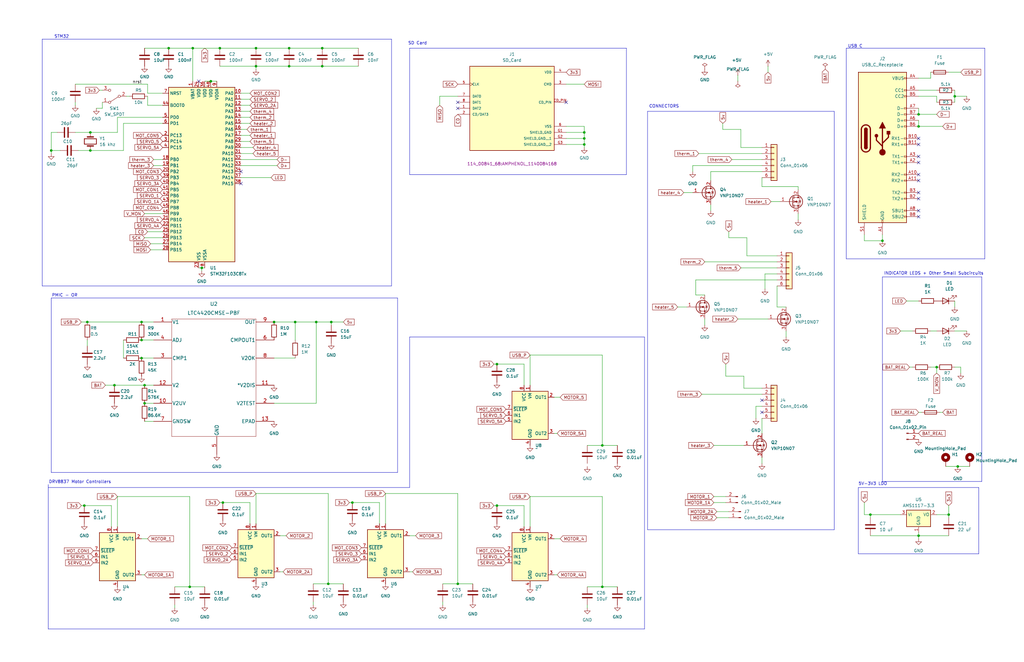
<source format=kicad_sch>
(kicad_sch (version 20231120) (generator "eeschema") (generator_version "8.0")
  (paper "USLedger")
  (junction (at 387.35 226.06))
  (junction (at 133.35 135.89))
  (junction (at 148.59 212.09))
  (junction (at 246.38 58.42))
  (junction (at 59.69 151.13))
  (junction (at 59.69 135.89))
  (junction (at 81.28 20.32))
  (junction (at 107.95 20.32))
  (junction (at 246.38 55.88))
  (junction (at 60.96 170.18))
  (junction (at 121.92 20.32))
  (junction (at 254 247.65))
  (junction (at 138.43 246.38))
  (junction (at 209.55 213.36))
  (junction (at 35.56 213.36))
  (junction (at 135.89 27.94))
  (junction (at 387.35 53.34))
  (junction (at 107.95 27.94))
  (junction (at 71.12 20.32))
  (junction (at 139.7 135.89))
  (junction (at 124.46 135.89))
  (junction (at 121.92 27.94))
  (junction (at 85.09 113.03))
  (junction (at 93.98 212.09))
  (junction (at 246.38 60.96))
  (junction (at 193.04 246.38))
  (junction (at 135.89 20.32))
  (junction (at 36.83 135.89))
  (junction (at 403.86 196.85))
  (junction (at 21.59 63.5))
  (junction (at 394.97 154.94))
  (junction (at 92.71 20.32))
  (junction (at 48.26 162.56))
  (junction (at 209.55 153.67))
  (junction (at 367.03 217.17))
  (junction (at 80.01 247.65))
  (junction (at 59.69 143.51))
  (junction (at 115.57 135.89))
  (junction (at 60.96 162.56))
  (junction (at 88.9 34.29))
  (junction (at 38.1 55.88))
  (junction (at 38.1 63.5))
  (junction (at 387.35 48.26))
  (junction (at 372.11 101.6))
  (junction (at 254 187.96))
  (junction (at 400.05 217.17))
  (junction (at 402.59 40.64))
  (no_connect (at 193.04 45.72))
  (no_connect (at 387.35 73.66))
  (no_connect (at 387.35 58.42))
  (no_connect (at 193.04 43.18))
  (no_connect (at 321.31 168.91))
  (no_connect (at 83.82 34.29))
  (no_connect (at 387.35 66.04))
  (no_connect (at 101.6 77.47))
  (no_connect (at 321.31 173.99))
  (no_connect (at 387.35 60.96))
  (no_connect (at 238.76 43.18))
  (no_connect (at 387.35 81.28))
  (no_connect (at 387.35 88.9))
  (no_connect (at 387.35 76.2))
  (no_connect (at 387.35 83.82))
  (no_connect (at 101.6 72.39))
  (no_connect (at 387.35 91.44))
  (no_connect (at 387.35 68.58))
  (wire (pts (xy 312.42 113.03) (xy 327.66 113.03)))
  (wire (pts (xy 400.05 217.17) (xy 400.05 218.44)))
  (wire (pts (xy 52.07 63.5) (xy 52.07 52.07)))
  (wire (pts (xy 293.37 118.11) (xy 327.66 118.11)))
  (wire (pts (xy 402.59 154.94) (xy 405.13 154.94)))
  (wire (pts (xy 101.6 46.99) (xy 105.41 46.99)))
  (wire (pts (xy 327.66 115.57) (xy 322.58 115.57)))
  (wire (pts (xy 312.42 54.61) (xy 312.42 62.23)))
  (wire (pts (xy 138.43 208.28) (xy 138.43 246.38)))
  (wire (pts (xy 121.92 27.94) (xy 135.89 27.94)))
  (wire (pts (xy 49.53 222.25) (xy 49.53 209.55)))
  (polyline (pts (xy 351.79 46.99) (xy 351.79 223.52)))
  (wire (pts (xy 172.72 241.3) (xy 173.99 241.3)))
  (wire (pts (xy 73.66 256.54) (xy 73.66 255.27)))
  (polyline (pts (xy 17.78 16.51) (xy 165.1 16.51)))
  (wire (pts (xy 33.02 63.5) (xy 38.1 63.5)))
  (wire (pts (xy 124.46 135.89) (xy 133.35 135.89)))
  (wire (pts (xy 396.24 173.99) (xy 397.51 173.99)))
  (wire (pts (xy 247.65 256.54) (xy 247.65 255.27)))
  (wire (pts (xy 308.61 67.31) (xy 321.31 67.31)))
  (wire (pts (xy 101.6 64.77) (xy 106.68 64.77)))
  (wire (pts (xy 233.68 227.33) (xy 236.22 227.33)))
  (polyline (pts (xy 165.1 120.65) (xy 165.1 16.51)))
  (wire (pts (xy 73.66 247.65) (xy 80.01 247.65)))
  (wire (pts (xy 107.95 220.98) (xy 107.95 208.28)))
  (wire (pts (xy 403.86 196.85) (xy 408.94 196.85)))
  (polyline (pts (xy 415.29 109.22) (xy 356.87 109.22)))
  (wire (pts (xy 382.27 127) (xy 387.35 127)))
  (wire (pts (xy 300.99 209.55) (xy 306.07 209.55)))
  (polyline (pts (xy 271.78 265.43) (xy 20.32 265.43)))
  (polyline (pts (xy 273.05 46.99) (xy 351.79 46.99)))
  (wire (pts (xy 107.95 27.94) (xy 107.95 29.21)))
  (wire (pts (xy 105.41 44.45) (xy 101.6 44.45)))
  (polyline (pts (xy 361.95 233.68) (xy 361.95 205.74)))
  (wire (pts (xy 294.64 64.77) (xy 321.31 64.77)))
  (wire (pts (xy 105.41 212.09) (xy 105.41 220.98)))
  (wire (pts (xy 402.59 38.1) (xy 402.59 40.64)))
  (wire (pts (xy 53.34 40.64) (xy 54.61 40.64)))
  (polyline (pts (xy 21.59 199.39) (xy 21.59 125.73)))
  (wire (pts (xy 246.38 58.42) (xy 246.38 55.88)))
  (wire (pts (xy 68.58 49.53) (xy 49.53 49.53)))
  (wire (pts (xy 321.31 176.53) (xy 321.31 182.88)))
  (wire (pts (xy 81.28 20.32) (xy 81.28 34.29)))
  (wire (pts (xy 139.7 137.16) (xy 139.7 135.89)))
  (polyline (pts (xy 21.59 125.73) (xy 167.64 125.73)))
  (wire (pts (xy 299.72 76.2) (xy 299.72 72.39)))
  (wire (pts (xy 238.76 60.96) (xy 246.38 60.96)))
  (wire (pts (xy 336.55 78.74) (xy 321.31 78.74)))
  (wire (pts (xy 132.08 246.38) (xy 138.43 246.38)))
  (wire (pts (xy 293.37 124.46) (xy 293.37 118.11)))
  (wire (pts (xy 285.75 129.54) (xy 289.56 129.54)))
  (wire (pts (xy 88.9 34.29) (xy 86.36 34.29)))
  (wire (pts (xy 321.31 78.74) (xy 321.31 74.93)))
  (polyline (pts (xy 264.16 20.32) (xy 264.16 73.66)))
  (wire (pts (xy 118.11 241.3) (xy 119.38 241.3)))
  (polyline (pts (xy 172.72 205.74) (xy 20.32 205.74)))
  (wire (pts (xy 387.35 224.79) (xy 387.35 226.06)))
  (wire (pts (xy 139.7 135.89) (xy 144.78 135.89)))
  (polyline (pts (xy 372.11 116.84) (xy 414.02 116.84)))
  (wire (pts (xy 21.59 55.88) (xy 21.59 63.5)))
  (wire (pts (xy 80.01 247.65) (xy 86.36 247.65)))
  (polyline (pts (xy 372.11 203.2) (xy 372.11 116.84)))
  (wire (pts (xy 133.35 170.18) (xy 133.35 135.89)))
  (polyline (pts (xy 414.02 203.2) (xy 372.11 203.2)))
  (wire (pts (xy 85.09 113.03) (xy 85.09 114.3)))
  (wire (pts (xy 302.26 215.9) (xy 307.34 215.9)))
  (wire (pts (xy 59.69 143.51) (xy 64.77 143.51)))
  (wire (pts (xy 387.35 226.06) (xy 387.35 227.33)))
  (wire (pts (xy 34.29 135.89) (xy 36.83 135.89)))
  (wire (pts (xy 101.6 59.69) (xy 105.41 59.69)))
  (wire (pts (xy 31.75 44.45) (xy 31.75 43.18)))
  (wire (pts (xy 60.96 170.18) (xy 64.77 170.18)))
  (wire (pts (xy 398.78 196.85) (xy 403.86 196.85)))
  (wire (pts (xy 223.52 209.55) (xy 254 209.55)))
  (wire (pts (xy 92.71 20.32) (xy 107.95 20.32)))
  (wire (pts (xy 313.69 163.83) (xy 321.31 163.83)))
  (wire (pts (xy 367.03 217.17) (xy 379.73 217.17)))
  (wire (pts (xy 307.34 100.33) (xy 314.96 100.33)))
  (wire (pts (xy 400.05 30.48) (xy 405.13 30.48)))
  (wire (pts (xy 60.96 90.17) (xy 68.58 90.17)))
  (wire (pts (xy 49.53 209.55) (xy 80.01 209.55)))
  (wire (pts (xy 63.5 102.87) (xy 68.58 102.87)))
  (wire (pts (xy 62.23 40.64) (xy 62.23 44.45)))
  (wire (pts (xy 48.26 162.56) (xy 60.96 162.56)))
  (wire (pts (xy 254 247.65) (xy 260.35 247.65)))
  (wire (pts (xy 138.43 246.38) (xy 144.78 246.38)))
  (wire (pts (xy 364.49 212.09) (xy 364.49 217.17)))
  (wire (pts (xy 402.59 40.64) (xy 402.59 43.18)))
  (wire (pts (xy 135.89 27.94) (xy 151.13 27.94)))
  (wire (pts (xy 186.69 246.38) (xy 193.04 246.38)))
  (wire (pts (xy 46.99 213.36) (xy 46.99 222.25)))
  (wire (pts (xy 238.76 58.42) (xy 246.38 58.42)))
  (wire (pts (xy 223.52 222.25) (xy 223.52 209.55)))
  (wire (pts (xy 327.66 129.54) (xy 327.66 120.65)))
  (wire (pts (xy 62.23 39.37) (xy 68.58 39.37)))
  (wire (pts (xy 392.43 33.02) (xy 387.35 33.02)))
  (wire (pts (xy 193.04 246.38) (xy 199.39 246.38)))
  (wire (pts (xy 233.68 167.64) (xy 236.22 167.64)))
  (polyline (pts (xy 414.02 116.84) (xy 414.02 203.2)))
  (wire (pts (xy 64.77 67.31) (xy 68.58 67.31)))
  (wire (pts (xy 83.82 113.03) (xy 85.09 113.03)))
  (wire (pts (xy 392.43 139.7) (xy 394.97 139.7)))
  (wire (pts (xy 383.54 154.94) (xy 384.81 154.94)))
  (wire (pts (xy 402.59 40.64) (xy 407.67 40.64)))
  (wire (pts (xy 59.69 242.57) (xy 60.96 242.57)))
  (wire (pts (xy 323.85 27.94) (xy 323.85 30.48)))
  (wire (pts (xy 311.15 134.62) (xy 323.85 134.62)))
  (wire (pts (xy 246.38 62.23) (xy 246.38 60.96)))
  (wire (pts (xy 297.18 134.62) (xy 297.18 137.16)))
  (polyline (pts (xy 17.78 16.51) (xy 17.78 120.65)))
  (wire (pts (xy 318.77 171.45) (xy 318.77 176.53)))
  (wire (pts (xy 254 187.96) (xy 260.35 187.96)))
  (polyline (pts (xy 172.72 20.32) (xy 264.16 20.32)))
  (wire (pts (xy 299.72 72.39) (xy 321.31 72.39)))
  (wire (pts (xy 59.69 151.13) (xy 64.77 151.13)))
  (wire (pts (xy 31.75 55.88) (xy 38.1 55.88)))
  (wire (pts (xy 304.8 52.07) (xy 304.8 54.61)))
  (wire (pts (xy 38.1 63.5) (xy 52.07 63.5)))
  (wire (pts (xy 107.95 20.32) (xy 121.92 20.32)))
  (wire (pts (xy 238.76 55.88) (xy 246.38 55.88)))
  (wire (pts (xy 402.59 139.7) (xy 407.67 139.7)))
  (wire (pts (xy 172.72 226.06) (xy 175.26 226.06)))
  (wire (pts (xy 318.77 171.45) (xy 321.31 171.45)))
  (wire (pts (xy 162.56 220.98) (xy 162.56 208.28)))
  (wire (pts (xy 160.02 212.09) (xy 160.02 220.98)))
  (wire (pts (xy 101.6 69.85) (xy 116.84 69.85)))
  (polyline (pts (xy 20.32 265.43) (xy 20.32 204.47)))
  (wire (pts (xy 62.23 44.45) (xy 68.58 44.45)))
  (wire (pts (xy 193.04 208.28) (xy 193.04 246.38)))
  (polyline (pts (xy 356.87 20.32) (xy 415.29 20.32)))
  (wire (pts (xy 299.72 86.36) (xy 299.72 88.9)))
  (wire (pts (xy 52.07 143.51) (xy 52.07 151.13)))
  (wire (pts (xy 124.46 135.89) (xy 124.46 143.51)))
  (wire (pts (xy 300.99 187.96) (xy 313.69 187.96)))
  (wire (pts (xy 306.07 158.75) (xy 313.69 158.75)))
  (wire (pts (xy 405.13 154.94) (xy 405.13 157.48)))
  (polyline (pts (xy 273.05 223.52) (xy 273.05 46.99)))
  (wire (pts (xy 115.57 170.18) (xy 133.35 170.18)))
  (wire (pts (xy 132.08 255.27) (xy 132.08 254)))
  (wire (pts (xy 185.42 40.64) (xy 193.04 40.64)))
  (wire (pts (xy 336.55 90.17) (xy 336.55 92.71)))
  (wire (pts (xy 162.56 208.28) (xy 193.04 208.28)))
  (wire (pts (xy 246.38 55.88) (xy 246.38 53.34)))
  (polyline (pts (xy 167.64 199.39) (xy 21.59 199.39)))
  (wire (pts (xy 71.12 20.32) (xy 81.28 20.32)))
  (wire (pts (xy 115.57 135.89) (xy 124.46 135.89)))
  (wire (pts (xy 107.95 208.28) (xy 138.43 208.28)))
  (wire (pts (xy 400.05 213.36) (xy 400.05 217.17)))
  (wire (pts (xy 185.42 44.45) (xy 185.42 40.64)))
  (polyline (pts (xy 412.75 233.68) (xy 361.95 233.68)))
  (polyline (pts (xy 415.29 20.32) (xy 415.29 109.22)))
  (wire (pts (xy 49.53 55.88) (xy 38.1 55.88)))
  (wire (pts (xy 101.6 49.53) (xy 105.41 49.53)))
  (wire (pts (xy 31.75 35.56) (xy 62.23 35.56)))
  (wire (pts (xy 64.77 69.85) (xy 68.58 69.85)))
  (wire (pts (xy 133.35 135.89) (xy 139.7 135.89)))
  (wire (pts (xy 121.92 20.32) (xy 135.89 20.32)))
  (wire (pts (xy 208.28 153.67) (xy 209.55 153.67)))
  (wire (pts (xy 101.6 54.61) (xy 104.14 54.61)))
  (wire (pts (xy 107.95 27.94) (xy 121.92 27.94)))
  (wire (pts (xy 220.98 153.67) (xy 220.98 162.56)))
  (wire (pts (xy 288.29 81.28) (xy 292.1 81.28)))
  (wire (pts (xy 85.09 113.03) (xy 86.36 113.03)))
  (wire (pts (xy 21.59 63.5) (xy 25.4 63.5)))
  (wire (pts (xy 105.41 41.91) (xy 101.6 41.91)))
  (wire (pts (xy 186.69 255.27) (xy 186.69 254)))
  (wire (pts (xy 364.49 99.06) (xy 364.49 101.6)))
  (wire (pts (xy 60.96 162.56) (xy 64.77 162.56)))
  (wire (pts (xy 372.11 99.06) (xy 372.11 101.6)))
  (wire (pts (xy 387.35 38.1) (xy 394.97 38.1)))
  (wire (pts (xy 312.42 62.23) (xy 321.31 62.23)))
  (wire (pts (xy 93.98 212.09) (xy 105.41 212.09)))
  (wire (pts (xy 336.55 78.74) (xy 336.55 80.01)))
  (wire (pts (xy 60.96 100.33) (xy 68.58 100.33)))
  (wire (pts (xy 118.11 226.06) (xy 120.65 226.06)))
  (wire (pts (xy 62.23 97.79) (xy 68.58 97.79)))
  (wire (pts (xy 21.59 63.5) (xy 21.59 64.77)))
  (wire (pts (xy 88.9 34.29) (xy 91.44 34.29)))
  (wire (pts (xy 394.97 154.94) (xy 394.97 157.48)))
  (wire (pts (xy 147.32 212.09) (xy 148.59 212.09)))
  (wire (pts (xy 101.6 52.07) (xy 105.41 52.07)))
  (wire (pts (xy 297.18 124.46) (xy 293.37 124.46)))
  (wire (pts (xy 254 209.55) (xy 254 247.65)))
  (wire (pts (xy 101.6 67.31) (xy 116.84 67.31)))
  (wire (pts (xy 36.83 143.51) (xy 36.83 146.05)))
  (wire (pts (xy 314.96 107.95) (xy 327.66 107.95)))
  (wire (pts (xy 247.65 247.65) (xy 254 247.65)))
  (wire (pts (xy 387.35 226.06) (xy 400.05 226.06)))
  (wire (pts (xy 304.8 54.61) (xy 312.42 54.61)))
  (wire (pts (xy 63.5 105.41) (xy 68.58 105.41)))
  (wire (pts (xy 394.97 217.17) (xy 400.05 217.17)))
  (wire (pts (xy 246.38 60.96) (xy 246.38 58.42)))
  (wire (pts (xy 254 149.86) (xy 254 187.96)))
  (polyline (pts (xy 361.95 205.74) (xy 412.75 205.74)))
  (wire (pts (xy 387.35 50.8) (xy 387.35 53.34)))
  (wire (pts (xy 307.34 97.79) (xy 307.34 100.33)))
  (wire (pts (xy 402.59 127) (xy 402.59 129.54)))
  (wire (pts (xy 59.69 227.33) (xy 62.23 227.33)))
  (wire (pts (xy 300.99 212.09) (xy 306.07 212.09)))
  (wire (pts (xy 311.15 34.29) (xy 311.15 31.75)))
  (wire (pts (xy 60.96 20.32) (xy 71.12 20.32)))
  (wire (pts (xy 223.52 149.86) (xy 254 149.86)))
  (wire (pts (xy 364.49 101.6) (xy 372.11 101.6)))
  (wire (pts (xy 92.71 212.09) (xy 93.98 212.09)))
  (wire (pts (xy 148.59 212.09) (xy 160.02 212.09)))
  (wire (pts (xy 233.68 182.88) (xy 234.95 182.88)))
  (polyline (pts (xy 172.72 73.66) (xy 172.72 20.32)))
  (polyline (pts (xy 17.78 120.65) (xy 165.1 120.65)))
  (wire (pts (xy 233.68 242.57) (xy 234.95 242.57)))
  (wire (pts (xy 52.07 52.07) (xy 68.58 52.07)))
  (wire (pts (xy 314.96 100.33) (xy 314.96 107.95)))
  (wire (pts (xy 92.71 27.94) (xy 107.95 27.94)))
  (wire (pts (xy 387.35 48.26) (xy 394.97 48.26)))
  (wire (pts (xy 208.28 213.36) (xy 209.55 213.36)))
  (wire (pts (xy 392.43 154.94) (xy 394.97 154.94)))
  (wire (pts (xy 115.57 151.13) (xy 124.46 151.13)))
  (wire (pts (xy 49.53 49.53) (xy 49.53 55.88)))
  (wire (pts (xy 81.28 20.32) (xy 92.71 20.32)))
  (wire (pts (xy 331.47 129.54) (xy 327.66 129.54)))
  (wire (pts (xy 44.45 162.56) (xy 48.26 162.56)))
  (wire (pts (xy 34.29 213.36) (xy 35.56 213.36)))
  (wire (pts (xy 59.69 135.89) (xy 64.77 135.89)))
  (wire (pts (xy 367.03 226.06) (xy 387.35 226.06)))
  (wire (pts (xy 135.89 20.32) (xy 151.13 20.32)))
  (wire (pts (xy 24.13 55.88) (xy 21.59 55.88)))
  (wire (pts (xy 392.43 30.48) (xy 392.43 33.02)))
  (wire (pts (xy 325.12 85.09) (xy 328.93 85.09)))
  (wire (pts (xy 394.97 40.64) (xy 394.97 43.18)))
  (wire (pts (xy 36.83 135.89) (xy 59.69 135.89)))
  (wire (pts (xy 313.69 158.75) (xy 313.69 163.83)))
  (wire (pts (xy 238.76 35.56) (xy 246.38 35.56)))
  (wire (pts (xy 220.98 213.36) (xy 220.98 222.25)))
  (wire (pts (xy 101.6 57.15) (xy 105.41 57.15)))
  (wire (pts (xy 40.64 45.72) (xy 43.18 45.72)))
  (wire (pts (xy 292.1 69.85) (xy 321.31 69.85)))
  (wire (pts (xy 295.91 166.37) (xy 321.31 166.37)))
  (polyline (pts (xy 167.64 125.73) (xy 167.64 199.39)))
  (wire (pts (xy 60.96 177.8) (xy 64.77 177.8)))
  (wire (pts (xy 367.03 217.17) (xy 367.03 218.44)))
  (wire (pts (xy 388.62 173.99) (xy 387.35 173.99)))
  (polyline (pts (xy 351.79 223.52) (xy 273.05 223.52)))
  (wire (pts (xy 246.38 53.34) (xy 238.76 53.34)))
  (wire (pts (xy 209.55 213.36) (xy 220.98 213.36)))
  (polyline (pts (xy 264.16 73.66) (xy 172.72 73.66)))
  (polyline (pts (xy 412.75 205.74) (xy 412.75 233.68)))
  (wire (pts (xy 223.52 162.56) (xy 223.52 149.86)))
  (wire (pts (xy 101.6 74.93) (xy 114.3 74.93)))
  (wire (pts (xy 302.26 218.44) (xy 307.34 218.44)))
  (wire (pts (xy 297.18 110.49) (xy 327.66 110.49)))
  (wire (pts (xy 331.47 139.7) (xy 331.47 142.24)))
  (polyline (pts (xy 271.78 142.24) (xy 271.78 265.43)))
  (wire (pts (xy 387.35 40.64) (xy 394.97 40.64)))
  (wire (pts (xy 364.49 217.17) (xy 367.03 217.17)))
  (wire (pts (xy 379.73 139.7) (xy 384.81 139.7)))
  (wire (pts (xy 321.31 193.04) (xy 321.31 195.58)))
  (wire (pts (xy 35.56 213.36) (xy 46.99 213.36)))
  (wire (pts (xy 292.1 69.85) (xy 292.1 72.39)))
  (wire (pts (xy 387.35 53.34) (xy 397.51 53.34)))
  (wire (pts (xy 101.6 62.23) (xy 106.68 62.23)))
  (wire (pts (xy 80.01 209.55) (xy 80.01 247.65)))
  (wire (pts (xy 62.23 35.56) (xy 62.23 39.37)))
  (wire (pts (xy 209.55 153.67) (xy 220.98 153.67)))
  (polyline (pts (xy 172.72 142.24) (xy 172.72 205.74)))
  (polyline (pts (xy 271.78 142.24) (xy 172.72 142.24)))
  (wire (pts (xy 105.41 39.37) (xy 101.6 39.37)))
  (wire (pts (xy 43.18 45.72) (xy 43.18 43.18)))
  (wire (pts (xy 247.65 187.96) (xy 254 187.96)))
  (wire (pts (xy 41.91 38.1) (xy 43.18 38.1)))
  (polyline (pts (xy 356.87 109.22) (xy 356.87 20.32)))
  (wire (pts (xy 306.07 153.67) (xy 306.07 158.75)))
  (wire (pts (xy 322.58 115.57) (xy 322.58 121.92)))
  (wire (pts (xy 387.35 45.72) (xy 387.35 48.26)))
  (text "DRV8837 Motor Controllers" (at 20.574 204.216 0) (effects (font (size 1.27 1.27)) (justify left bottom)))
  (text "INDICATOR LEDS + Other Small Subcircuits" (at 372.745 116.205 0) (effects (font (size 1.27 1.27)) (justify left bottom)))
  (text "STM32" (at 22.86 16.256 0) (effects (font (size 1.27 1.27)) (justify left bottom)))
  (text "SD Card" (at 172.085 19.05 0) (effects (font (size 1.27 1.27)) (justify left bottom)))
  (text "PMIC - OR" (at 21.844 125.476 0) (effects (font (size 1.27 1.27)) (justify left bottom)))
  (text "USB C" (at 357.505 20.32 0) (effects (font (size 1.27 1.27)) (justify left bottom)))
  (text "5V-3V3 LDO" (at 361.95 204.978 0) (effects (font (size 1.27 1.27)) (justify left bottom)))
  (text "CONNECTORS\n" (at 273.685 45.72 0) (effects (font (size 1.27 1.27)) (justify left bottom)))
  (label "nrst" (at 55.88 35.56 0))
  (global_label "LED" (shape input) (at 114.3 74.93 0) (property "Intersheetrefs" "${INTERSHEET_REFS}" (effects (hide yes))))
  (global_label "MOT_CON1" (shape input) (at 68.58 80.01 180) (property "Intersheetrefs" "${INTERSHEET_REFS}" (effects (hide yes))))
  (global_label "heater_5" (shape input) (at 106.68 64.77 0) (property "Intersheetrefs" "${INTERSHEET_REFS}" (effects (hide yes))))
  (global_label "USB_P" (shape input) (at 162.56 208.28 180) (property "Intersheetrefs" "${INTERSHEET_REFS}" (effects (hide yes))))
  (global_label "SERVO_4A" (shape input) (at 68.58 95.25 180) (property "Intersheetrefs" "${INTERSHEET_REFS}" (effects (hide yes))))
  (global_label "MOT_CON4" (shape input) (at 213.36 232.41 180) (property "Intersheetrefs" "${INTERSHEET_REFS}" (effects (hide yes))))
  (global_label "therm_4" (shape input) (at 308.61 67.31 180) (property "Intersheetrefs" "${INTERSHEET_REFS}" (effects (hide yes))))
  (global_label "3v3" (shape input) (at 86.36 20.32 270) (property "Intersheetrefs" "${INTERSHEET_REFS}" (effects (hide yes))))
  (global_label "3v3" (shape input) (at 238.76 30.48 0) (property "Intersheetrefs" "${INTERSHEET_REFS}" (effects (hide yes))))
  (global_label "heater_5" (shape input) (at 285.75 129.54 180) (property "Intersheetrefs" "${INTERSHEET_REFS}" (effects (hide yes))))
  (global_label "heater_4" (shape input) (at 106.68 62.23 0) (property "Intersheetrefs" "${INTERSHEET_REFS}" (effects (hide yes))))
  (global_label "heater_1" (shape input) (at 325.12 85.09 180) (property "Intersheetrefs" "${INTERSHEET_REFS}" (effects (hide yes))))
  (global_label "D-" (shape input) (at 394.97 48.26 0) (property "Intersheetrefs" "${INTERSHEET_REFS}" (effects (hide yes))))
  (global_label "therm_3" (shape input) (at 64.77 67.31 180) (property "Intersheetrefs" "${INTERSHEET_REFS}" (effects (hide yes))))
  (global_label "SERVO_1A" (shape input) (at 39.37 237.49 180) (property "Intersheetrefs" "${INTERSHEET_REFS}" (effects (hide yes))))
  (global_label "therm_2" (shape input) (at 105.41 49.53 0) (property "Intersheetrefs" "${INTERSHEET_REFS}" (effects (hide yes))))
  (global_label "heater_3" (shape input) (at 300.99 187.96 180) (property "Intersheetrefs" "${INTERSHEET_REFS}" (effects (hide yes))))
  (global_label "SERVO_2A" (shape input) (at 105.41 44.45 0) (property "Intersheetrefs" "${INTERSHEET_REFS}" (effects (hide yes))))
  (global_label "SERVO_2" (shape input) (at 105.41 41.91 0) (property "Intersheetrefs" "${INTERSHEET_REFS}" (effects (hide yes))))
  (global_label "USB_P" (shape input) (at 405.13 30.48 0) (property "Intersheetrefs" "${INTERSHEET_REFS}" (effects (hide yes))))
  (global_label "BAT" (shape input) (at 347.98 29.21 270) (property "Intersheetrefs" "${INTERSHEET_REFS}" (effects (hide yes))))
  (global_label "5v" (shape input) (at 306.07 153.67 90) (property "Intersheetrefs" "${INTERSHEET_REFS}" (effects (hide yes))))
  (global_label "MOTOR_3A" (shape input) (at 173.99 241.3 0) (property "Intersheetrefs" "${INTERSHEET_REFS}" (effects (hide yes))))
  (global_label "CD" (shape input) (at 62.23 97.79 180) (property "Intersheetrefs" "${INTERSHEET_REFS}" (effects (hide yes))))
  (global_label "heater_2" (shape input) (at 311.15 134.62 180) (property "Intersheetrefs" "${INTERSHEET_REFS}" (effects (hide yes))))
  (global_label "3v3" (shape input) (at 41.91 38.1 180) (property "Intersheetrefs" "${INTERSHEET_REFS}" (effects (hide yes))))
  (global_label "MOT_CON5" (shape input) (at 213.36 172.72 180) (property "Intersheetrefs" "${INTERSHEET_REFS}" (effects (hide yes))))
  (global_label "heater_1" (shape input) (at 105.41 57.15 0) (property "Intersheetrefs" "${INTERSHEET_REFS}" (effects (hide yes))))
  (global_label "SCK" (shape input) (at 193.04 35.56 180) (property "Intersheetrefs" "${INTERSHEET_REFS}" (effects (hide yes))))
  (global_label "SERVO_3" (shape input) (at 152.4 233.68 180) (property "Intersheetrefs" "${INTERSHEET_REFS}" (effects (hide yes))))
  (global_label "SERVO_5" (shape input) (at 68.58 59.69 180) (property "Intersheetrefs" "${INTERSHEET_REFS}" (effects (hide yes))))
  (global_label "MOTOR_3" (shape input) (at 175.26 226.06 0) (property "Intersheetrefs" "${INTERSHEET_REFS}" (effects (hide yes))))
  (global_label "therm_1" (shape input) (at 104.14 54.61 0) (property "Intersheetrefs" "${INTERSHEET_REFS}" (effects (hide yes))))
  (global_label "MOT_CON3" (shape input) (at 68.58 72.39 180) (property "Intersheetrefs" "${INTERSHEET_REFS}" (effects (hide yes))))
  (global_label "5v" (shape input) (at 323.85 30.48 270) (property "Intersheetrefs" "${INTERSHEET_REFS}" (effects (hide yes))))
  (global_label "SERVO_4A" (shape input) (at 213.36 237.49 180) (property "Intersheetrefs" "${INTERSHEET_REFS}" (effects (hide yes))))
  (global_label "MOTOR_1" (shape input) (at 62.23 227.33 0) (property "Intersheetrefs" "${INTERSHEET_REFS}" (effects (hide yes))))
  (global_label "MOSI" (shape input) (at 63.5 105.41 180) (property "Intersheetrefs" "${INTERSHEET_REFS}" (effects (hide yes))))
  (global_label "5v" (shape input) (at 144.78 135.89 0) (property "Intersheetrefs" "${INTERSHEET_REFS}" (effects (hide yes))))
  (global_label "MOTOR_1A" (shape input) (at 300.99 212.09 180) (property "Intersheetrefs" "${INTERSHEET_REFS}" (effects (hide yes))))
  (global_label "SERVO_1A" (shape input) (at 68.58 85.09 180) (property "Intersheetrefs" "${INTERSHEET_REFS}" (effects (hide yes))))
  (global_label "BAT_REAL" (shape input) (at 387.35 173.99 180) (property "Intersheetrefs" "${INTERSHEET_REFS}" (effects (hide yes))))
  (global_label "MOT_CON2" (shape input) (at 97.79 231.14 180) (property "Intersheetrefs" "${INTERSHEET_REFS}" (effects (hide yes))))
  (global_label "MOTOR_1" (shape input) (at 300.99 209.55 180) (property "Intersheetrefs" "${INTERSHEET_REFS}" (effects (hide yes))))
  (global_label "heater_2" (shape input) (at 105.41 52.07 0) (property "Intersheetrefs" "${INTERSHEET_REFS}" (effects (hide yes))))
  (global_label "therm_4" (shape input) (at 105.41 46.99 0) (property "Intersheetrefs" "${INTERSHEET_REFS}" (effects (hide yes))))
  (global_label "V_MON" (shape input) (at 60.96 90.17 180) (property "Intersheetrefs" "${INTERSHEET_REFS}" (effects (hide yes))))
  (global_label "MOSI" (shape input) (at 246.38 35.56 0) (property "Intersheetrefs" "${INTERSHEET_REFS}" (effects (hide yes))))
  (global_label "USB_P" (shape input) (at 34.29 135.89 180) (property "Intersheetrefs" "${INTERSHEET_REFS}" (effects (hide yes))))
  (global_label "SERVO_1" (shape input) (at 39.37 234.95 180) (property "Intersheetrefs" "${INTERSHEET_REFS}" (effects (hide yes))))
  (global_label "SERVO_3A" (shape input) (at 152.4 236.22 180) (property "Intersheetrefs" "${INTERSHEET_REFS}" (effects (hide yes))))
  (global_label "SERVO_5" (shape input) (at 213.36 175.26 180) (property "Intersheetrefs" "${INTERSHEET_REFS}" (effects (hide yes))))
  (global_label "MISO" (shape input) (at 185.42 44.45 270) (property "Intersheetrefs" "${INTERSHEET_REFS}" (effects (hide yes))))
  (global_label "therm_5" (shape input) (at 312.42 113.03 180) (property "Intersheetrefs" "${INTERSHEET_REFS}" (effects (hide yes))))
  (global_label "3v3" (shape input) (at 208.28 153.67 180) (property "Intersheetrefs" "${INTERSHEET_REFS}" (effects (hide yes))))
  (global_label "3v3" (shape input) (at 34.29 213.36 180) (property "Intersheetrefs" "${INTERSHEET_REFS}" (effects (hide yes))))
  (global_label "SERVO_4" (shape input) (at 213.36 234.95 180) (property "Intersheetrefs" "${INTERSHEET_REFS}" (effects (hide yes))))
  (global_label "MOTOR_5A" (shape input) (at 234.95 182.88 0) (property "Intersheetrefs" "${INTERSHEET_REFS}" (effects (hide yes))))
  (global_label "BAT_REAL" (shape input) (at 387.35 182.88 0) (property "Intersheetrefs" "${INTERSHEET_REFS}" (effects (hide yes))))
  (global_label "MOTOR_4" (shape input) (at 236.22 227.33 0) (property "Intersheetrefs" "${INTERSHEET_REFS}" (effects (hide yes))))
  (global_label "BAT_REAL" (shape input) (at 383.54 154.94 180) (property "Intersheetrefs" "${INTERSHEET_REFS}" (effects (hide yes))))
  (global_label "USB_P" (shape input) (at 49.53 209.55 180) (property "Intersheetrefs" "${INTERSHEET_REFS}" (effects (hide yes))))
  (global_label "MOTOR_5" (shape input) (at 236.22 167.64 0) (property "Intersheetrefs" "${INTERSHEET_REFS}" (effects (hide yes))))
  (global_label "SERVO_2A" (shape input) (at 97.79 236.22 180) (property "Intersheetrefs" "${INTERSHEET_REFS}" (effects (hide yes))))
  (global_label "SERVO_2" (shape input) (at 97.79 233.68 180) (property "Intersheetrefs" "${INTERSHEET_REFS}" (effects (hide yes))))
  (global_label "SERVO_3" (shape input) (at 68.58 74.93 180) (property "Intersheetrefs" "${INTERSHEET_REFS}" (effects (hide yes))))
  (global_label "SCK" (shape input) (at 60.96 100.33 180) (property "Intersheetrefs" "${INTERSHEET_REFS}" (effects (hide yes))))
  (global_label "BAT" (shape input) (at 44.45 162.56 180) (property "Intersheetrefs" "${INTERSHEET_REFS}" (effects (hide yes))))
  (global_label "USB_P" (shape input) (at 223.52 149.86 180) (property "Intersheetrefs" "${INTERSHEET_REFS}" (effects (hide yes))))
  (global_label "3v3" (shape input) (at 400.05 213.36 90) (property "Intersheetrefs" "${INTERSHEET_REFS}" (effects (hide yes))))
  (global_label "MISO" (shape input) (at 63.5 102.87 180) (property "Intersheetrefs" "${INTERSHEET_REFS}" (effects (hide yes))))
  (global_label "therm_3" (shape input) (at 295.91 166.37 180) (property "Intersheetrefs" "${INTERSHEET_REFS}" (effects (hide yes))))
  (global_label "3v3" (shape input) (at 379.73 139.7 180) (property "Intersheetrefs" "${INTERSHEET_REFS}" (effects (hide yes))))
  (global_label "BAT" (shape input) (at 397.51 173.99 0) (property "Intersheetrefs" "${INTERSHEET_REFS}" (effects (hide yes))))
  (global_label "MOTOR_2A" (shape input) (at 302.26 215.9 180) (property "Intersheetrefs" "${INTERSHEET_REFS}" (effects (hide yes))))
  (global_label "CD" (shape input) (at 193.04 48.26 270) (property "Intersheetrefs" "${INTERSHEET_REFS}" (effects (hide yes))))
  (global_label "MOT_CON5" (shape input) (at 68.58 57.15 180) (property "Intersheetrefs" "${INTERSHEET_REFS}" (effects (hide yes))))
  (global_label "D+" (shape input) (at 397.51 53.34 0) (property "Intersheetrefs" "${INTERSHEET_REFS}" (effects (hide yes))))
  (global_label "MOT_CON1" (shape input) (at 39.37 232.41 180) (property "Intersheetrefs" "${INTERSHEET_REFS}" (effects (hide yes))))
  (global_label "MOT_CON3" (shape input) (at 152.4 231.14 180) (property "Intersheetrefs" "${INTERSHEET_REFS}" (effects (hide yes))))
  (global_label "therm_5" (shape input) (at 105.41 59.69 0) (property "Intersheetrefs" "${INTERSHEET_REFS}" (effects (hide yes))))
  (global_label "heater_4" (shape input) (at 288.29 81.28 180) (property "Intersheetrefs" "${INTERSHEET_REFS}" (effects (hide yes))))
  (global_label "SERVO_3A" (shape input) (at 68.58 77.47 180) (property "Intersheetrefs" "${INTERSHEET_REFS}" (effects (hide yes))))
  (global_label "MOTOR_2" (shape input) (at 120.65 226.06 0) (property "Intersheetrefs" "${INTERSHEET_REFS}" (effects (hide yes))))
  (global_label "3v3" (shape input) (at 147.32 212.09 180) (property "Intersheetrefs" "${INTERSHEET_REFS}" (effects (hide yes))))
  (global_label "therm_2" (shape input) (at 297.18 110.49 180) (property "Intersheetrefs" "${INTERSHEET_REFS}" (effects (hide yes))))
  (global_label "D-" (shape input) (at 116.84 67.31 0) (property "Intersheetrefs" "${INTERSHEET_REFS}" (effects (hide yes))))
  (global_label "MOTOR_2A" (shape input) (at 119.38 241.3 0) (property "Intersheetrefs" "${INTERSHEET_REFS}" (effects (hide yes))))
  (global_label "D+" (shape input) (at 116.84 69.85 0) (property "Intersheetrefs" "${INTERSHEET_REFS}" (effects (hide yes))))
  (global_label "USB_P" (shape input) (at 107.95 208.28 180) (property "Intersheetrefs" "${INTERSHEET_REFS}" (effects (hide yes))))
  (global_label "MOT_CON4" (shape input) (at 68.58 87.63 180) (property "Intersheetrefs" "${INTERSHEET_REFS}" (effects (hide yes))))
  (global_label "V_MON" (shape input) (at 394.97 157.48 270) (property "Intersheetrefs" "${INTERSHEET_REFS}" (effects (hide yes))))
  (global_label "SERVO_4" (shape input) (at 68.58 92.71 180) (property "Intersheetrefs" "${INTERSHEET_REFS}" (effects (hide yes))))
  (global_label "therm_1" (shape input) (at 294.64 64.77 180) (property "Intersheetrefs" "${INTERSHEET_REFS}" (effects (hide yes))))
  (global_label "5v" (shape input) (at 304.8 52.07 90) (property "Intersheetrefs" "${INTERSHEET_REFS}" (effects (hide yes))))
  (global_label "MOT_CON2" (shape input) (at 105.41 39.37 0) (property "Intersheetrefs" "${INTERSHEET_REFS}" (effects (hide yes))))
  (global_label "MOTOR_1A" (shape input) (at 60.96 242.57 0) (property "Intersheetrefs" "${INTERSHEET_REFS}" (effects (hide yes))))
  (global_label "MOTOR_2" (shape input) (at 302.26 218.44 180) (property "Intersheetrefs" "${INTERSHEET_REFS}" (effects (hide yes))))
  (global_label "USB_P" (shape input) (at 223.52 209.55 180) (property "Intersheetrefs" "${INTERSHEET_REFS}" (effects (hide yes))))
  (global_label "SERVO_5A" (shape input) (at 68.58 62.23 180) (property "Intersheetrefs" "${INTERSHEET_REFS}" (effects (hide yes))))
  (global_label "3v3" (shape input) (at 92.71 212.09 180) (property "Intersheetrefs" "${INTERSHEET_REFS}" (effects (hide yes))))
  (global_label "SERVO_5A" (shape input) (at 213.36 177.8 180) (property "Intersheetrefs" "${INTERSHEET_REFS}" (effects (hide yes))))
  (global_label "3v3" (shape input) (at 208.28 213.36 180) (property "Intersheetrefs" "${INTERSHEET_REFS}" (effects (hide yes))))
  (global_label "MOTOR_4A" (shape input) (at 234.95 242.57 0) (property "Intersheetrefs" "${INTERSHEET_REFS}" (effects (hide yes))))
  (global_label "5v" (shape input) (at 307.34 97.79 90) (property "Intersheetrefs" "${INTERSHEET_REFS}" (effects (hide yes))))
  (global_label "5v" (shape input) (at 364.49 212.09 90) (property "Intersheetrefs" "${INTERSHEET_REFS}" (effects (hide yes))))
  (global_label "LED" (shape input) (at 382.27 127 180) (property "Intersheetrefs" "${INTERSHEET_REFS}" (effects (hide yes))))
  (global_label "heater_3" (shape input) (at 64.77 69.85 180) (property "Intersheetrefs" "${INTERSHEET_REFS}" (effects (hide yes))))
  (global_label "SERVO_1" (shape input) (at 68.58 82.55 180) (property "Intersheetrefs" "${INTERSHEET_REFS}" (effects (hide yes))))
  (symbol (lib_name "GND_1") (lib_id "power:GND") (at 115.57 177.8 0) (unit 1)
    (property "Reference" "#PWR035" (effects (hide yes)))
    (property "Value" "GND" (at 115.57 182.88 0))
  )
  (symbol (lib_id "Device:R") (at 388.62 139.7 90) (unit 1)
    (property "Reference" "R4" (at 389.255 142.24 90))
    (property "Value" "1K" (at 389.255 144.78 90))
    (property "Footprint" "Resistor_SMD:R_0402_1005Metric" (effects (hide yes)))
  )
  (symbol (lib_id "Device:R") (at 115.57 139.7 0) (unit 1)
    (property "Reference" "R10" (at 118.11 138.4299 0) (effects (justify left)))
    (property "Value" "1M" (at 118.11 140.9699 0) (effects (justify left)))
    (property "Footprint" "Resistor_SMD:R_0402_1005Metric" (effects (hide yes)))
  )
  (symbol (lib_id "power:GND") (at 297.18 29.21 0) (unit 1)
    (property "Reference" "#PWR08" (effects (hide yes)))
    (property "Value" "GND" (at 297.18 33.655 0))
  )
  (symbol (lib_name "GND_7") (lib_id "power:GND") (at 85.09 114.3 0) (unit 1)
    (property "Reference" "#PWR018" (effects (hide yes)))
    (property "Value" "GND" (at 85.09 118.745 0))
  )
  (symbol (lib_id "Device:C") (at 199.39 250.19 0) (unit 1)
    (property "Reference" "C24" (at 203.2 248.92 0) (effects (justify left)))
    (property "Value" "0.01uF" (at 203.2 251.46 0) (effects (justify left)))
    (property "Footprint" "Capacitor_SMD:C_0402_1005Metric" (effects (hide yes)))
  )
  (symbol (lib_id "Transistor_FET:VNP10N07") (at 297.18 81.28 0) (unit 1)
    (property "Reference" "Q4" (at 303.53 80.0099 0) (effects (justify left)))
    (property "Value" "VNP10N07" (at 303.53 82.5499 0) (effects (justify left)))
    (property "Footprint" "Package_TO_SOT_SMD:SOT-23-3" (effects (hide yes)))
    (property "Datasheet" "https://www.st.com/resource/en/datasheet/vnp10n07.pdf" (effects (hide yes)))
  )
  (symbol (lib_name "GND_2") (lib_id "power:GND") (at 387.35 185.42 0) (unit 1)
    (property "Reference" "#PWR038" (effects (hide yes)))
    (property "Value" "GND" (at 387.35 190.5 0))
  )
  (symbol (lib_name "GND_4") (lib_id "power:GND") (at 209.55 161.29 0) (unit 1)
    (property "Reference" "#PWR051" (effects (hide yes)))
    (property "Value" "GND" (at 209.55 166.37 0))
  )
  (symbol (lib_name "GND_4") (lib_id "power:GND") (at 186.69 255.27 0) (unit 1)
    (property "Reference" "#PWR045" (effects (hide yes)))
    (property "Value" "GND" (at 186.69 260.35 0))
  )
  (symbol (lib_name "GND_4") (lib_id "power:GND") (at 247.65 196.85 0) (unit 1)
    (property "Reference" "#PWR053" (effects (hide yes)))
    (property "Value" "GND" (at 247.65 201.93 0))
  )
  (symbol (lib_name "GND_7") (lib_id "power:GND") (at 31.75 44.45 0) (unit 1)
    (property "Reference" "#PWR010" (effects (hide yes)))
    (property "Value" "GND" (at 31.75 48.895 0))
  )
  (symbol (lib_name "GND_4") (lib_id "power:GND") (at 148.59 219.71 0) (unit 1)
    (property "Reference" "#PWR043" (effects (hide yes)))
    (property "Value" "GND" (at 148.59 224.79 0))
  )
  (symbol (lib_id "Device:R") (at 398.78 154.94 90) (unit 1)
    (property "Reference" "R7" (at 399.415 157.48 90))
    (property "Value" "100k" (at 399.415 160.02 90))
    (property "Footprint" "Resistor_SMD:R_0402_1005Metric" (effects (hide yes)))
  )
  (symbol (lib_name "GND_1") (lib_id "power:GND") (at 59.69 158.75 0) (unit 1)
    (property "Reference" "#PWR027" (effects (hide yes)))
    (property "Value" "GND" (at 55.88 160.02 0))
  )
  (symbol (lib_id "Device:C") (at 144.78 250.19 0) (unit 1)
    (property "Reference" "C13" (at 148.59 248.92 0) (effects (justify left)))
    (property "Value" "0.01uF" (at 148.59 251.46 0) (effects (justify left)))
    (property "Footprint" "Capacitor_SMD:C_0402_1005Metric" (effects (hide yes)))
  )
  (symbol (lib_id "Device:Crystal") (at 38.1 59.69 90) (unit 1)
    (property "Reference" "Y1" (at 41.91 58.42 90) (effects (justify right)))
    (property "Value" "16 khz" (at 41.91 60.96 90) (effects (justify right)))
    (property "Footprint" "crystal:abm3" (effects (hide yes)))
  )
  (symbol (lib_id "power:GND") (at 322.58 121.92 0) (unit 1)
    (property "Reference" "#PWR020" (effects (hide yes)))
    (property "Value" "GND" (at 322.58 127 0))
  )
  (symbol (lib_id "power:GND") (at 299.72 88.9 0) (unit 1)
    (property "Reference" "#PWR034" (effects (hide yes)))
    (property "Value" "GND" (at 299.72 93.98 0))
  )
  (symbol (lib_id "Connector_Generic:Conn_01x06") (at 326.39 67.31 0) (unit 1)
    (property "Reference" "J3" (at 328.93 67.31 0) (effects (justify left)))
    (property "Value" "Conn_01x06" (at 328.93 69.85 0) (effects (justify left)))
    (property "Footprint" "ffc_conn:CON_525590652_MOL" (effects (hide yes)))
  )
  (symbol (lib_id "Device:C") (at 260.35 191.77 0) (unit 1)
    (property "Reference" "C30" (at 264.16 190.5 0) (effects (justify left)))
    (property "Value" "0.01uF" (at 264.16 193.04 0) (effects (justify left)))
    (property "Footprint" "Capacitor_SMD:C_0402_1005Metric" (effects (hide yes)))
  )
  (symbol (lib_id "power:GND") (at 292.1 72.39 0) (unit 1)
    (property "Reference" "#PWR015" (effects (hide yes)))
    (property "Value" "GND" (at 292.1 77.47 0))
  )
  (symbol (lib_id "Device:R") (at 59.69 139.7 0) (unit 1)
    (property "Reference" "R9" (at 62.23 138.43 0) (effects (justify left)))
    (property "Value" "300K" (at 62.23 140.97 0) (effects (justify left)))
    (property "Footprint" "Resistor_SMD:R_0603_1608Metric" (effects (hide yes)))
  )
  (symbol (lib_name "GND_4") (lib_id "power:GND") (at 260.35 255.27 0) (unit 1)
    (property "Reference" "#PWR050" (effects (hide yes)))
    (property "Value" "GND" (at 260.35 260.35 0))
  )
  (symbol (lib_id "power:GND") (at 48.26 170.18 0) (unit 1)
    (property "Reference" "#PWR031" (effects (hide yes)))
    (property "Value" "GND" (at 48.26 175.26 0))
  )
  (symbol (lib_name "GND_4") (lib_id "power:GND") (at 247.65 256.54 0) (unit 1)
    (property "Reference" "#PWR049" (effects (hide yes)))
    (property "Value" "GND" (at 247.65 261.62 0))
  )
  (symbol (lib_id "Connector_Generic:Conn_01x06") (at 332.74 113.03 0) (unit 1)
    (property "Reference" "J5" (at 335.28 113.03 0) (effects (justify left)))
    (property "Value" "Conn_01x06" (at 335.28 115.57 0) (effects (justify left)))
    (property "Footprint" "ffc_conn:CON_525590652_MOL" (effects (hide yes)))
  )
  (symbol (lib_id "Device:C") (at 73.66 251.46 0) (unit 1)
    (property "Reference" "C15" (at 77.47 250.19 0) (effects (justify left)))
    (property "Value" "10uF" (at 77.47 252.73 0) (effects (justify left)))
    (property "Footprint" "Capacitor_SMD:C_0402_1005Metric" (effects (hide yes)))
  )
  (symbol (lib_id "Transistor_FET:VNP10N07") (at 328.93 134.62 0) (unit 1)
    (property "Reference" "Q3" (at 335.28 133.3499 0) (effects (justify left)))
    (property "Value" "VNP10N07" (at 335.28 135.8899 0) (effects (justify left)))
    (property "Footprint" "Package_TO_SOT_SMD:SOT-23-3" (effects (hide yes)))
    (property "Datasheet" "https://www.st.com/resource/en/datasheet/vnp10n07.pdf" (effects (hide yes)))
  )
  (symbol (lib_id "Device:C") (at 27.94 55.88 90) (unit 1)
    (property "Reference" "C10" (at 30.48 59.69 90) (effects (justify left)))
    (property "Value" "26pF" (at 30.48 52.07 90) (effects (justify left)))
    (property "Footprint" "Capacitor_SMD:C_0402_1005Metric" (effects (hide yes)))
  )
  (symbol (lib_name "GND_1") (lib_id "power:GND") (at 387.35 227.33 0) (unit 1)
    (property "Reference" "#PWR06" (effects (hide yes)))
    (property "Value" "GND" (at 387.35 232.41 0))
  )
  (symbol (lib_name "GND_4") (lib_id "power:GND") (at 260.35 195.58 0) (unit 1)
    (property "Reference" "#PWR054" (effects (hide yes)))
    (property "Value" "GND" (at 260.35 200.66 0))
  )
  (symbol (lib_name "GND_4") (lib_id "power:GND") (at 162.56 246.38 0) (unit 1)
    (property "Reference" "#PWR044" (effects (hide yes)))
    (property "Value" "GND" (at 162.56 251.46 0))
  )
  (symbol (lib_name "GND_1") (lib_id "power:GND") (at 115.57 162.56 0) (unit 1)
    (property "Reference" "#PWR028" (effects (hide yes)))
    (property "Value" "GND" (at 115.57 167.64 0))
  )
  (symbol (lib_name "GND_4") (lib_id "power:GND") (at 107.95 246.38 0) (unit 1)
    (property "Reference" "#PWR029" (effects (hide yes)))
    (property "Value" "GND" (at 107.95 251.46 0))
  )
  (symbol (lib_id "Device:C") (at 60.96 24.13 0) (unit 1)
    (property "Reference" "C8" (at 64.77 22.86 0) (effects (justify left)))
    (property "Value" "10uF" (at 64.77 25.4 0) (effects (justify left)))
    (property "Footprint" "Capacitor_SMD:C_0402_1005Metric" (effects (hide yes)))
  )
  (symbol (lib_id "Device:R") (at 124.46 147.32 0) (unit 1)
    (property "Reference" "R12" (at 127 146.0499 0) (effects (justify left)))
    (property "Value" "1M" (at 127 148.5899 0) (effects (justify left)))
    (property "Footprint" "Resistor_SMD:R_0402_1005Metric" (effects (hide yes)))
  )
  (symbol (lib_id "Device:C") (at 31.75 39.37 0) (unit 1)
    (property "Reference" "C9" (at 21.59 39.37 0) (effects (justify left)))
    (property "Value" "100nF" (at 21.59 41.91 0) (effects (justify left)))
    (property "Footprint" "Capacitor_SMD:C_0402_1005Metric" (effects (hide yes)))
  )
  (symbol (lib_id "Device:C") (at 71.12 24.13 0) (unit 1)
    (property "Reference" "C1" (at 74.93 22.86 0) (effects (justify left)))
    (property "Value" "100nF" (at 74.93 25.4 0) (effects (justify left)))
    (property "Footprint" "Capacitor_SMD:C_0402_1005Metric" (effects (hide yes)))
  )
  (symbol (lib_name "GND_4") (lib_id "power:GND") (at 132.08 255.27 0) (unit 1)
    (property "Reference" "#PWR023" (effects (hide yes)))
    (property "Value" "GND" (at 132.08 260.35 0))
  )
  (symbol (lib_id "Device:C") (at 209.55 157.48 0) (unit 1)
    (property "Reference" "C28" (at 213.36 156.2099 0) (effects (justify left)))
    (property "Value" "0.1uF" (at 213.36 158.7499 0) (effects (justify left)))
    (property "Footprint" "Capacitor_SMD:C_0402_1005Metric" (effects (hide yes)))
  )
  (symbol (lib_name "GND_7") (lib_id "power:GND") (at 107.95 29.21 0) (unit 1)
    (property "Reference" "#PWR03" (effects (hide yes)))
    (property "Value" "GND" (at 107.95 33.655 0))
  )
  (symbol (lib_id "Connector:Conn_01x02_Pin") (at 382.27 182.88 0) (unit 1)
    (property "Reference" "J8" (at 382.905 177.8 0))
    (property "Value" "Conn_01x02_Pin" (at 382.905 180.34 0))
    (property "Footprint" "Connector_JST:JST_XH_B2B-XH-AM_1x02_P2.50mm_Vertical" (effects (hide yes)))
  )
  (symbol (lib_id "power:GND") (at 336.55 92.71 0) (unit 1)
    (property "Reference" "#PWR017" (effects (hide yes)))
    (property "Value" "GND" (at 336.55 97.79 0))
  )
  (symbol (lib_id "power:GND") (at 318.77 176.53 0) (unit 1)
    (property "Reference" "#PWR019" (effects (hide yes)))
    (property "Value" "GND" (at 318.77 181.61 0))
  )
  (symbol (lib_name "GND_1") (lib_id "power:GND") (at 91.44 191.77 0) (unit 1)
    (property "Reference" "#PWR037" (effects (hide yes)))
    (property "Value" "GND" (at 91.44 196.85 0))
  )
  (symbol (lib_id "Device:C") (at 86.36 251.46 0) (unit 1)
    (property "Reference" "C18" (at 90.17 250.19 0) (effects (justify left)))
    (property "Value" "0.01uF" (at 90.17 252.73 0) (effects (justify left)))
    (property "Footprint" "Capacitor_SMD:C_0402_1005Metric" (effects (hide yes)))
  )
  (symbol (lib_id "Driver_Motor:DRV8212P") (at 223.52 234.95 0) (unit 1)
    (property "Reference" "U7" (at 225.7141 247.65 0) (effects (justify left)))
    (property "Value" "~" (at 225.7141 248.92 0) (effects (justify left)))
    (property "Footprint" "Package_SON:WSON-8-1EP_2x2mm_P0.5mm_EP0.9x1.6mm_ThermalVias" (effects (hide yes)))
    (property "Datasheet" "https://www.ti.com/lit/ds/symlink/drv8212p.pdf" (effects (hide yes)))
    (property "Description" "H-Bridge driver, 4A, Low Voltage, PWM input, WSON-8" (effects (hide yes)))
  )
  (symbol (lib_id "power:PWR_FLAG") (at 297.18 29.21 0) (unit 1)
    (property "Reference" "#FLG02" (effects (hide yes)))
    (property "Value" "PWR_FLAG" (at 297.18 24.13 0))
    (property "Description" "Special symbol for telling ERC where power comes from" (effects (hide yes)))
  )
  (symbol (lib_id "Device:R") (at 60.96 166.37 0) (unit 1)
    (property "Reference" "R14" (at 62.23 165.1 0) (effects (justify left)))
    (property "Value" "576K" (at 62.23 167.64 0) (effects (justify left)))
    (property "Footprint" "Resistor_SMD:R_0402_1005Metric" (effects (hide yes)))
  )
  (symbol (lib_id "Device:R") (at 60.96 173.99 0) (unit 1)
    (property "Reference" "R19" (at 62.23 172.72 0) (effects (justify left)))
    (property "Value" "86.6K" (at 62.23 175.26 0) (effects (justify left)))
    (property "Footprint" "Resistor_SMD:R_0402_1005Metric" (effects (hide yes)))
  )
  (symbol (lib_id "Device:R") (at 58.42 40.64 90) (unit 1)
    (property "Reference" "R5" (at 58.42 38.1 90))
    (property "Value" "10k" (at 58.42 43.18 90))
    (property "Footprint" "Resistor_SMD:R_0402_1005Metric" (effects (hide yes)))
  )
  (symbol (lib_name "GND_4") (lib_id "power:GND") (at 209.55 220.98 0) (unit 1)
    (property "Reference" "#PWR047" (effects (hide yes)))
    (property "Value" "GND" (at 209.55 226.06 0))
  )
  (symbol (lib_id "power:PWR_FLAG") (at 311.15 34.29 180) (unit 1)
    (property "Reference" "#FLG04" (effects (hide yes)))
    (property "Value" "PWR_FLAG" (at 311.15 29.21 0))
  )
  (symbol (lib_id "power:GND") (at 36.83 153.67 0) (unit 1)
    (property "Reference" "#PWR026" (effects (hide yes)))
    (property "Value" "GND" (at 36.83 158.75 0))
  )
  (symbol (lib_name "GND_7") (lib_id "power:GND") (at 71.12 27.94 0) (unit 1)
    (property "Reference" "#PWR01" (effects (hide yes)))
    (property "Value" "GND" (at 71.12 32.385 0))
  )
  (symbol (lib_id "power:GND") (at 331.47 142.24 0) (unit 1)
    (property "Reference" "#PWR022" (effects (hide yes)))
    (property "Value" "GND" (at 331.47 147.32 0))
  )
  (symbol (lib_id "Device:C") (at 36.83 149.86 0) (unit 1)
    (property "Reference" "C17" (at 39.37 148.59 0) (effects (justify left)))
    (property "Value" "2.2uF" (at 39.37 151.13 0) (effects (justify left)))
    (property "Footprint" "Capacitor_SMD:C_0402_1005Metric" (effects (hide yes)))
  )
  (symbol (lib_id "Device:R") (at 55.88 143.51 90) (unit 1)
    (property "Reference" "R11" (at 55.88 140.97 90))
    (property "Value" "2K" (at 55.88 153.67 90))
    (property "Footprint" "Resistor_SMD:R_0603_1608Metric" (effects (hide yes)))
  )
  (symbol (lib_id "Device:C") (at 400.05 222.25 0) (unit 1)
    (property "Reference" "C21" (at 403.86 220.9799 0) (effects (justify left)))
    (property "Value" "22 uF" (at 403.86 223.5199 0) (effects (justify left)))
    (property "Footprint" "Capacitor_SMD:C_0402_1005Metric" (effects (hide yes)))
    (property "Description" "Unpolarized capacitor" (effects (hide yes)))
  )
  (symbol (lib_id "Transistor_FET:VNP10N07") (at 294.64 129.54 0) (unit 1)
    (property "Reference" "Q5" (at 300.99 128.2699 0) (effects (justify left)))
    (property "Value" "VNP10N07" (at 300.99 130.8099 0) (effects (justify left)))
    (property "Footprint" "Package_TO_SOT_SMD:SOT-23-3" (effects (hide yes)))
    (property "Datasheet" "https://www.st.com/resource/en/datasheet/vnp10n07.pdf" (effects (hide yes)))
  )
  (symbol (lib_id "Connector:Conn_01x02_Male") (at 311.15 212.09 180) (unit 1)
    (property "Reference" "J6" (at 312.42 209.5499 0) (effects (justify right)))
    (property "Value" "Conn_01x02_Male" (at 312.42 212.0899 0) (effects (justify right)))
    (property "Footprint" "Connector_JST:JST_XH_B2B-XH-A_1x02_P2.50mm_Vertical" (effects (hide yes)))
  )
  (symbol (lib_id "Device:R") (at 398.78 38.1 90) (unit 1)
    (property "Reference" "R2" (at 398.78 38.1 90))
    (property "Value" "5.1k" (at 398.78 35.56 90))
    (property "Footprint" "Resistor_SMD:R_0402_1005Metric" (effects (hide yes)))
  )
  (symbol (lib_id "Mechanical:MountingHole_Pad") (at 408.94 194.31 0) (unit 1)
    (property "Reference" "H2" (at 411.48 191.77 0) (effects (justify left)))
    (property "Value" "MountingHole_Pad" (at 411.48 194.31 0) (effects (justify left)))
    (property "Footprint" "MountingHole:MountingHole_2.5mm_Pad" (effects (hide yes)))
  )
  (symbol (lib_id "Driver_Motor:DRV8212P") (at 49.53 234.95 0) (unit 1)
    (property "Reference" "U4" (at 51.7241 247.65 0) (effects (justify left)))
    (property "Value" "~" (at 51.7241 248.92 0) (effects (justify left)))
    (property "Footprint" "Package_SON:WSON-8-1EP_2x2mm_P0.5mm_EP0.9x1.6mm_ThermalVias" (effects (hide yes)))
    (property "Datasheet" "https://www.ti.com/lit/ds/symlink/drv8212p.pdf" (effects (hide yes)))
    (property "Description" "H-Bridge driver, 4A, Low Voltage, PWM input, WSON-8" (effects (hide yes)))
  )
  (symbol (lib_id "Device:C") (at 121.92 24.13 0) (unit 1)
    (property "Reference" "C4" (at 125.73 22.86 0) (effects (justify left)))
    (property "Value" "100nF" (at 125.73 25.4 0) (effects (justify left)))
    (property "Footprint" "Capacitor_SMD:C_0402_1005Metric" (effects (hide yes)))
  )
  (symbol (lib_name "GND_4") (lib_id "power:GND") (at 49.53 247.65 0) (unit 1)
    (property "Reference" "#PWR030" (effects (hide yes)))
    (property "Value" "GND" (at 49.53 252.73 0))
  )
  (symbol (lib_id "Device:Fuse") (at 396.24 30.48 90) (unit 1)
    (property "Reference" "F1" (at 396.24 24.13 90))
    (property "Value" "Fuse" (at 396.24 26.67 90))
    (property "Footprint" "Fuse:Fuse_0603_1608Metric" (effects (hide yes)))
  )
  (symbol (lib_id "Device:C") (at 186.69 250.19 0) (unit 1)
    (property "Reference" "C23" (at 190.5 248.92 0) (effects (justify left)))
    (property "Value" "10uF" (at 190.5 251.46 0) (effects (justify left)))
    (property "Footprint" "Capacitor_SMD:C_0402_1005Metric" (effects (hide yes)))
  )
  (symbol (lib_id "Device:C") (at 93.98 215.9 0) (unit 1)
    (property "Reference" "C22" (at 97.79 214.6299 0) (effects (justify left)))
    (property "Value" "0.1uF" (at 97.79 217.1699 0) (effects (justify left)))
    (property "Footprint" "Capacitor_SMD:C_0402_1005Metric" (effects (hide yes)))
  )
  (symbol (lib_id "power:GND") (at 246.38 62.23 0) (unit 1)
    (property "Reference" "#PWR09" (effects (hide yes)))
    (property "Value" "GND" (at 246.38 66.675 0))
  )
  (symbol (lib_id "Transistor_FET:VNP10N07") (at 318.77 187.96 0) (unit 1)
    (property "Reference" "Q2" (at 325.12 186.6899 0) (effects (justify left)))
    (property "Value" "VNP10N07" (at 325.12 189.2299 0) (effects (justify left)))
    (property "Footprint" "Package_TO_SOT_SMD:SOT-23-3" (effects (hide yes)))
    (property "Datasheet" "https://www.st.com/resource/en/datasheet/vnp10n07.pdf" (effects (hide yes)))
  )
  (symbol (lib_id "power:GND") (at 297.18 137.16 0) (unit 1)
    (property "Reference" "#PWR036" (effects (hide yes)))
    (property "Value" "GND" (at 297.18 142.24 0))
  )
  (symbol (lib_id "power:+5V") (at 311.15 31.75 0) (unit 1)
    (property "Reference" "#PWR041" (effects (hide yes)))
    (property "Value" "+5V" (at 310.642 25.4 0))
  )
  (symbol (lib_id "power:PWR_FLAG") (at 347.98 29.21 0) (unit 1)
    (property "Reference" "#FLG01" (effects (hide yes)))
    (property "Value" "PWR_FLAG" (at 347.98 24.13 0))
    (property "Description" "Special symbol for telling ERC where power comes from" (effects (hide yes)))
  )
  (symbol (lib_id "Driver_Motor:DRV8212P") (at 223.52 175.26 0) (unit 1)
    (property "Reference" "U8" (at 225.7141 187.96 0) (effects (justify left)))
    (property "Value" "~" (at 225.7141 189.23 0) (effects (justify left)))
    (property "Footprint" "Package_SON:WSON-8-1EP_2x2mm_P0.5mm_EP0.9x1.6mm_ThermalVias" (effects (hide yes)))
    (property "Datasheet" "https://www.ti.com/lit/ds/symlink/drv8212p.pdf" (effects (hide yes)))
    (property "Description" "H-Bridge driver, 4A, Low Voltage, PWM input, WSON-8" (effects (hide yes)))
  )
  (symbol (lib_id "Device:Fuse") (at 392.43 173.99 90) (unit 1)
    (property "Reference" "F2" (at 392.43 168.91 90))
    (property "Value" "Fuse" (at 392.43 171.45 90))
    (property "Footprint" "Fuse:Fuse_0603_1608Metric" (effects (hide yes)))
  )
  (symbol (lib_id "Device:C") (at 209.55 217.17 0) (unit 1)
    (property "Reference" "C25" (at 213.36 215.8999 0) (effects (justify left)))
    (property "Value" "0.1uF" (at 213.36 218.4399 0) (effects (justify left)))
    (property "Footprint" "Capacitor_SMD:C_0402_1005Metric" (effects (hide yes)))
  )
  (symbol (lib_name "GND_4") (lib_id "power:GND") (at 35.56 220.98 0) (unit 1)
    (property "Reference" "#PWR024" (effects (hide yes)))
    (property "Value" "GND" (at 35.56 226.06 0))
  )
  (symbol (lib_id "Device:C") (at 135.89 24.13 0) (unit 1)
    (property "Reference" "C5" (at 139.7 22.86 0) (effects (justify left)))
    (property "Value" "100nF" (at 139.7 25.4 0) (effects (justify left)))
    (property "Footprint" "Capacitor_SMD:C_0402_1005Metric" (effects (hide yes)))
  )
  (symbol (lib_id "Device:C") (at 247.65 191.77 0) (unit 1)
    (property "Reference" "C29" (at 251.46 190.5 0) (effects (justify left)))
    (property "Value" "10uF" (at 251.46 193.04 0) (effects (justify left)))
    (property "Footprint" "Capacitor_SMD:C_0402_1005Metric" (effects (hide yes)))
  )
  (symbol (lib_id "power:GND") (at 407.67 40.64 0) (unit 1)
    (property "Reference" "#PWR05" (effects (hide yes)))
    (property "Value" "GND" (at 407.67 45.72 0))
  )
  (symbol (lib_id "Device:C") (at 367.03 222.25 0) (unit 1)
    (property "Reference" "C7" (at 370.84 220.9799 0) (effects (justify left)))
    (property "Value" "10 uF" (at 370.84 223.5199 0) (effects (justify left)))
    (property "Footprint" "Capacitor_SMD:C_0402_1005Metric" (effects (hide yes)))
    (property "Description" "Unpolarized capacitor" (effects (hide yes)))
  )
  (symbol (lib_id "Device:C") (at 148.59 215.9 0) (unit 1)
    (property "Reference" "C19" (at 152.4 214.6299 0) (effects (justify left)))
    (property "Value" "0.1uF" (at 152.4 217.1699 0) (effects (justify left)))
    (property "Footprint" "Capacitor_SMD:C_0402_1005Metric" (effects (hide yes)))
  )
  (symbol (lib_id "Device:R") (at 36.83 139.7 0) (unit 1)
    (property "Reference" "R8" (at 38.1 138.43 0) (effects (justify left)))
    (property "Value" "0.5" (at 38.1 140.97 0) (effects (justify left)))
    (property "Footprint" "Resistor_SMD:R_0402_1005Metric" (effects (hide yes)))
  )
  (symbol (lib_id "Device:LED") (at 398.78 139.7 180) (unit 1)
    (property "Reference" "D2" (at 399.415 142.875 0))
    (property "Value" "LED" (at 399.415 145.415 0))
    (property "Footprint" "LED_SMD:LED_0603_1608Metric" (effects (hide yes)))
  )
  (symbol (lib_id "power:GND") (at 402.59 129.54 0) (unit 1)
    (property "Reference" "#PWR02" (effects (hide yes)))
    (property "Value" "GND" (at 402.59 134.62 0))
  )
  (symbol (lib_id "Device:C") (at 107.95 24.13 0) (unit 1)
    (property "Reference" "C3" (at 111.76 22.86 0) (effects (justify left)))
    (property "Value" "100nF" (at 111.76 25.4 0) (effects (justify left)))
    (property "Footprint" "Capacitor_SMD:C_0402_1005Metric" (effects (hide yes)))
  )
  (symbol (lib_id "Switch:SW_SPDT") (at 48.26 40.64 180) (unit 1)
    (property "Reference" "SW1" (at 48.26 45.72 0))
    (property "Value" "SW_SPDT" (at 48.26 48.26 0))
    (property "Footprint" "Connector_PinHeader_1.27mm:PinHeader_1x03_P1.27mm_Vertical" (effects (hide yes)))
  )
  (symbol (lib_name "GND_4") (lib_id "power:GND") (at 93.98 219.71 0) (unit 1)
    (property "Reference" "#PWR042" (effects (hide yes)))
    (property "Value" "GND" (at 93.98 224.79 0))
  )
  (symbol (lib_name "GND_7") (lib_id "power:GND") (at 40.64 45.72 0) (unit 1)
    (property "Reference" "#PWR011" (effects (hide yes)))
    (property "Value" "GND" (at 40.64 50.165 0))
  )
  (symbol (lib_id "LTC4420:LTC4420CMSE-PBF") (at 64.77 139.7 0) (unit 1)
    (property "Reference" "U2" (at 90.17 128.27 0) (effects (font (size 1.524 1.524))))
    (property "Value" "LTC4420CMSE-PBF" (at 90.17 132.08 0) (effects (font (size 1.524 1.524))))
    (property "Footprint" "Package_SO:MSOP-12-1EP_3x4mm_P0.65mm_EP1.65x2.85mm" (effects (hide yes)))
  )
  (symbol (lib_id "Device:C") (at 92.71 24.13 0) (unit 1)
    (property "Reference" "C2" (at 96.52 22.86 0) (effects (justify left)))
    (property "Value" "100nF" (at 96.52 25.4 0) (effects (justify left)))
    (property "Footprint" "Capacitor_SMD:C_0402_1005Metric" (effects (hide yes)))
  )
  (symbol (lib_id "power:GND") (at 405.13 157.48 0) (unit 1)
    (property "Reference" "#PWR012" (effects (hide yes)))
    (property "Value" "GND" (at 405.13 162.56 0))
  )
  (symbol (lib_id "Connector_Generic:Conn_01x06") (at 326.39 168.91 0) (unit 1)
    (property "Reference" "J4" (at 328.93 168.91 0) (effects (justify left)))
    (property "Value" "Conn_01x06" (at 328.93 171.45 0) (effects (justify left)))
    (property "Footprint" "ffc_conn:CON_525590652_MOL" (effects (hide yes)))
  )
  (symbol (lib_id "Mechanical:MountingHole_Pad") (at 398.78 194.31 0) (unit 1)
    (property "Reference" "H1" (at 401.32 191.77 0) (effects (justify left)))
    (property "Value" "MountingHole_Pad" (at 389.89 189.23 0) (effects (justify left)))
    (property "Footprint" "MountingHole:MountingHole_2.5mm_Pad" (effects (hide yes)))
  )
  (symbol (lib_id "Device:C") (at 139.7 140.97 0) (unit 1)
    (property "Reference" "C16" (at 143.51 139.6999 0) (effects (justify left)))
    (property "Value" "15uF" (at 143.51 142.2399 0) (effects (justify left)))
    (property "Footprint" "Capacitor_SMD:C_0402_1005Metric" (effects (hide yes)))
  )
  (symbol (lib_id "Connector:USB_C_Receptacle") (at 372.11 58.42 0) (unit 1)
    (property "Reference" "J2" (at 372.11 24.765 0))
    (property "Value" "USB_C_Receptacle" (at 372.11 27.305 0))
    (property "Footprint" "usb:USB4105-GF-A" (effects (hide yes)))
    (property "Datasheet" "https://www.usb.org/sites/default/files/documents/usb_type-c.zip" (effects (hide yes)))
  )
  (symbol (lib_id "Connector:Conn_01x02_Male") (at 312.42 218.44 180) (unit 1)
    (property "Reference" "J7" (at 313.69 215.8999 0) (effects (justify right)))
    (property "Value" "Conn_01x02_Male" (at 313.69 218.4399 0) (effects (justify right)))
    (property "Footprint" "Connector_JST:JST_XH_B2B-XH-A_1x02_P2.50mm_Vertical" (effects (hide yes)))
  )
  (symbol (lib_id "sdcardd:GTFP08431BEU") (at 215.9 43.18 0) (unit 1)
    (property "Reference" "J1" (at 215.9 22.86 0))
    (property "Value" "SD_Card" (at 215.9 25.4 0))
    (property "Footprint" "114_00841_68:AMPHENOL_1140084168" (at 215.9 69.85 0) (effects (justify bottom)))
    (property "Datasheet" "http://portal.fciconnect.com/Comergent//fci/drawing/10067847.pdf" (effects (hide yes)))
    (property "PARTREV" "F" (effects (hide yes)))
    (property "STANDARD" "Manufacturer Recommendations" (effects (hide yes)))
    (property "SNAPEDA_PN" "GTFP08431BEU" (effects (hide yes)))
    (property "MAXIMUM_PACKAGE_HEIGHT" "1.85 mm" (effects (hide yes)))
    (property "MANUFACTURER" "Amphenol" (effects (hide yes)))
  )
  (symbol (lib_id "Device:R") (at 388.62 154.94 90) (unit 1)
    (property "Reference" "R6" (at 389.255 157.48 90))
    (property "Value" "100K" (at 389.255 160.02 90))
    (property "Footprint" "Resistor_SMD:R_0402_1005Metric" (effects (hide yes)))
  )
  (symbol (lib_id "Driver_Motor:DRV8212P") (at 162.56 233.68 0) (unit 1)
    (property "Reference" "U6" (at 164.7541 246.38 0) (effects (justify left)))
    (property "Value" "~" (at 164.7541 247.65 0) (effects (justify left)))
    (property "Footprint" "Package_SON:WSON-8-1EP_2x2mm_P0.5mm_EP0.9x1.6mm_ThermalVias" (effects (hide yes)))
    (property "Datasheet" "https://www.ti.com/lit/ds/symlink/drv8212p.pdf" (effects (hide yes)))
    (property "Description" "H-Bridge driver, 4A, Low Voltage, PWM input, WSON-8" (effects (hide yes)))
  )
  (symbol (lib_id "power:GND") (at 407.67 139.7 0) (unit 1)
    (property "Reference" "#PWR07" (effects (hide yes)))
    (property "Value" "GND" (at 407.67 144.78 0))
  )
  (symbol (lib_name "GND_4") (lib_id "power:GND") (at 73.66 256.54 0) (unit 1)
    (property "Reference" "#PWR032" (effects (hide yes)))
    (property "Value" "GND" (at 73.66 261.62 0))
  )
  (symbol (lib_id "Device:R") (at 398.78 43.18 90) (unit 1)
    (property "Reference" "R3" (at 398.78 43.18 90))
    (property "Value" "5.1k" (at 398.78 45.72 90))
    (property "Footprint" "Resistor_SMD:R_0402_1005Metric" (effects (hide yes)))
  )
  (symbol (lib_id "power:GND") (at 372.11 101.6 0) (unit 1)
    (property "Reference" "#PWR016" (effects (hide yes)))
    (property "Value" "GND" (at 372.11 106.68 0))
  )
  (symbol (lib_id "power:GND") (at 321.31 195.58 0) (unit 1)
    (property "Reference" "#PWR021" (effects (hide yes)))
    (property "Value" "GND" (at 321.31 200.66 0))
  )
  (symbol (lib_name "GND_4") (lib_id "power:GND") (at 144.78 254 0) (unit 1)
    (property "Reference" "#PWR040" (effects (hide yes)))
    (property "Value" "GND" (at 144.78 259.08 0))
  )
  (symbol (lib_name "GND_4") (lib_id "power:GND") (at 199.39 254 0) (unit 1)
    (property "Reference" "#PWR046" (effects (hide yes)))
    (property "Value" "GND" (at 199.39 259.08 0))
  )
  (symbol (lib_id "Device:C") (at 132.08 250.19 0) (unit 1)
    (property "Reference" "C12" (at 135.89 248.92 0) (effects (justify left)))
    (property "Value" "10uF" (at 135.89 251.46 0) (effects (justify left)))
    (property "Footprint" "Capacitor_SMD:C_0402_1005Metric" (effects (hide yes)))
  )
  (symbol (lib_id "Device:C") (at 247.65 251.46 0) (unit 1)
    (property "Reference" "C26" (at 251.46 250.19 0) (effects (justify left)))
    (property "Value" "10uF" (at 251.46 252.73 0) (effects (justify left)))
    (property "Footprint" "Capacitor_SMD:C_0402_1005Metric" (effects (hide yes)))
  )
  (symbol (lib_id "power:+5V") (at 323.85 27.94 0) (unit 1)
    (property "Reference" "#PWR039" (effects (hide yes)))
    (property "Value" "+5V" (at 323.85 22.86 0))
    (property "Description" "Power symbol creates a global label with name \"+5V\"" (effects (hide yes)))
  )
  (symbol (lib_name "GND_4") (lib_id "power:GND") (at 223.52 247.65 0) (unit 1)
    (property "Reference" "#PWR048" (effects (hide yes)))
    (property "Value" "GND" (at 223.52 252.73 0))
  )
  (symbol (lib_id "Device:R") (at 55.88 151.13 270) (unit 1)
    (property "Reference" "R13.1" (at 55.88 148.59 90))
    (property "Value" "154K" (at 55.88 146.05 90))
    (property "Footprint" "Resistor_SMD:R_0603_1608Metric" (effects (hide yes)))
  )
  (symbol (lib_id "Device:C") (at 260.35 251.46 0) (unit 1)
    (property "Reference" "C27" (at 264.16 250.19 0) (effects (justify left)))
    (property "Value" "0.01uF" (at 264.16 252.73 0) (effects (justify left)))
    (property "Footprint" "Capacitor_SMD:C_0402_1005Metric" (effects (hide yes)))
  )
  (symbol (lib_id "power:GND") (at 403.86 196.85 0) (unit 1)
    (property "Reference" "#PWR014" (effects (hide yes)))
    (property "Value" "GND" (at 403.86 201.93 0))
  )
  (symbol (lib_id "power:GND") (at 139.7 144.78 0) (unit 1)
    (property "Reference" "#PWR025" (effects (hide yes)))
    (property "Value" "GND" (at 139.7 149.86 0))
  )
  (symbol (lib_id "Regulator_Linear:AMS1117-3.3") (at 387.35 217.17 0) (unit 1)
    (property "Reference" "U5" (at 387.35 210.82 0))
    (property "Value" "AMS1117-3.3" (at 387.35 213.36 0))
    (property "Footprint" "Package_TO_SOT_SMD:SOT-223-3_TabPin2" (effects (hide yes)))
    (property "Datasheet" "http://www.advanced-monolithic.com/pdf/ds1117.pdf" (effects (hide yes)))
    (property "Description" "1A Low Dropout regulator, positive, 3.3V fixed output, SOT-223" (effects (hide yes)))
  )
  (symbol (lib_id "Driver_Motor:DRV8212P") (at 107.95 233.68 0) (unit 1)
    (property "Reference" "U3" (at 110.1441 246.38 0) (effects (justify left)))
    (property "Value" "~" (at 110.1441 247.65 0) (effects (justify left)))
    (property "Footprint" "Package_SON:WSON-8-1EP_2x2mm_P0.5mm_EP0.9x1.6mm_ThermalVias" (effects (hide yes)))
    (property "Datasheet" "https://www.ti.com/lit/ds/symlink/drv8212p.pdf" (effects (hide yes)))
    (property "Description" "H-Bridge driver, 4A, Low Voltage, PWM input, WSON-8" (effects (hide yes)))
  )
  (symbol (lib_id "MCU_ST_STM32F1:STM32F103C8Tx") (at 83.82 74.93 0) (unit 1)
    (property "Reference" "U1" (at 88.5541 113.03 0) (effects (justify left)))
    (property "Value" "STM32F103C8Tx" (at 88.5541 115.57 0) (effects (justify left)))
    (property "Footprint" "Package_QFP:LQFP-48_7x7mm_P0.5mm" (effects (hide yes)))
    (property "Datasheet" "https://www.st.com/resource/en/datasheet/stm32f103c8.pdf" (effects (hide yes)))
  )
  (symbol (lib_id "Device:C") (at 48.26 166.37 0) (unit 1)
    (property "Reference" "C20" (at 50.8 165.1 0) (effects (justify left)))
    (property "Value" "2.2uF" (at 50.8 167.64 0) (effects (justify left)))
    (property "Footprint" "Capacitor_SMD:C_0402_1005Metric" (effects (hide yes)))
  )
  (symbol (lib_id "Device:C") (at 151.13 24.13 0) (unit 1)
    (property "Reference" "C6" (at 154.94 22.86 0) (effects (justify left)))
    (property "Value" "10nF" (at 154.94 25.4 0) (effects (justify left)))
    (property "Footprint" "Capacitor_SMD:C_0402_1005Metric" (effects (hide yes)))
  )
  (symbol (lib_name "GND_7") (lib_id "power:GND") (at 21.59 64.77 0) (unit 1)
    (property "Reference" "#PWR013" (effects (hide yes)))
    (property "Value" "GND" (at 21.59 69.215 0))
  )
  (symbol (lib_id "Device:R") (at 59.69 154.94 0) (unit 1)
    (property "Reference" "R13" (at 62.23 153.67 0) (effects (justify left)))
    (property "Value" "45K" (at 62.23 156.21 0) (effects (justify left)))
    (property "Footprint" "Resistor_SMD:R_0603_1608Metric" (effects (hide yes)))
  )
  (symbol (lib_name "GND_7") (lib_id "power:GND") (at 60.96 27.94 0) (unit 1)
    (property "Reference" "#PWR04" (effects (hide yes)))
    (property "Value" "GND" (at 60.96 32.385 0))
  )
  (symbol (lib_id "Device:R") (at 391.16 127 90) (unit 1)
    (property "Reference" "R1" (at 391.16 120.65 90))
    (property "Value" "1K" (at 391.16 123.19 90))
    (property "Footprint" "Resistor_SMD:R_0402_1005Metric" (effects (hide yes)))
  )
  (symbol (lib_name "GND_4") (lib_id "power:GND") (at 86.36 255.27 0) (unit 1)
    (property "Reference" "#PWR033" (effects (hide yes)))
    (property "Value" "GND" (at 86.36 260.35 0))
  )
  (symbol (lib_id "Transistor_FET:VNP10N07") (at 334.01 85.09 0) (unit 1)
    (property "Reference" "Q1" (at 340.36 83.8199 0) (effects (justify left)))
    (property "Value" "VNP10N07" (at 340.36 86.3599 0) (effects (justify left)))
    (property "Footprint" "Package_TO_SOT_SMD:SOT-23-3" (effects (hide yes)))
    (property "Datasheet" "https://www.st.com/resource/en/datasheet/vnp10n07.pdf" (effects (hide yes)))
  )
  (symbol (lib_id "Device:C") (at 29.21 63.5 90) (unit 1)
    (property "Reference" "C11" (at 31.75 67.31 90) (effects (justify left)))
    (property "Value" "26pF" (at 33.02 69.85 90) (effects (justify left)))
    (property "Footprint" "Capacitor_SMD:C_0402_1005Metric" (effects (hide yes)))
  )
  (symbol (lib_name "GND_4") (lib_id "power:GND") (at 223.52 187.96 0) (unit 1)
    (property "Reference" "#PWR052" (effects (hide yes)))
    (property "Value" "GND" (at 223.52 193.04 0))
  )
  (symbol (lib_id "Device:LED") (at 398.78 127 180) (unit 1)
    (property "Reference" "D1" (at 400.3675 119.38 0))
    (property "Value" "LED" (at 400.3675 121.92 0))
    (property "Footprint" "LED_SMD:LED_0603_1608Metric" (effects (hide yes)))
  )
  (symbol (lib_id "Device:C") (at 35.56 217.17 0) (unit 1)
    (property "Reference" "C14" (at 39.37 215.8999 0) (effects (justify left)))
    (property "Value" "0.1uF" (at 39.37 218.4399 0) (effects (justify left)))
    (property "Footprint" "Capacitor_SMD:C_0402_1005Metric" (effects (hide yes)))
  )
)
</source>
